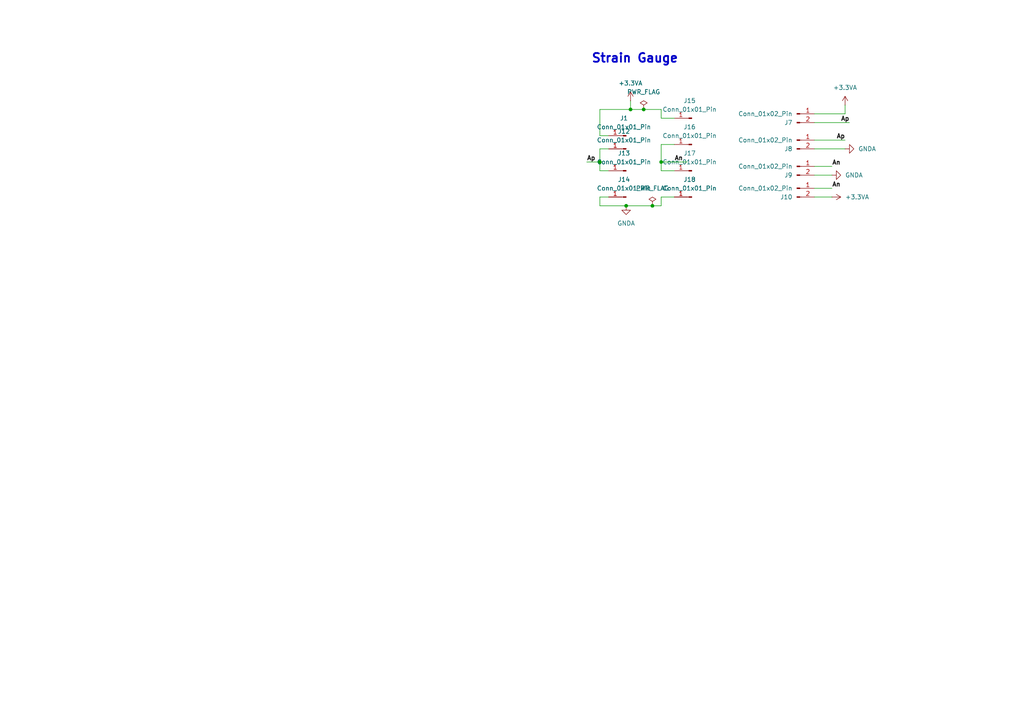
<source format=kicad_sch>
(kicad_sch (version 20231120) (generator "eeschema") (generator_version "8.0")
  (paper "A4")
  (title_block (rev "0.1"))
  (lib_symbols
    (symbol "Connector:Conn_01x01_Pin" (pin_names (offset 1.016) hide)
      (property "Reference" "J" (at 0 2.54 0))
      (property "Value" "Conn_01x01_Pin" (at 0 -2.54 0))
      (symbol "Conn_01x01_Pin_1_1"
        (polyline (pts (xy 1.27 0) (xy 0.8636 0)) (stroke (width 0.1524)))
        (rectangle (start 0.8636 0.127) (end 0 -0.127) (stroke (width 0.1524)) (fill (type outline)))
        (pin passive line (at 5.08 0 180) (length 3.81) (name "Pin_1") (number "1"))
      )
    )
    (symbol "Connector:Conn_01x02_Pin" (pin_names (offset 1.016) hide)
      (property "Reference" "J" (at 0 2.54 0))
      (property "Value" "Conn_01x02_Pin" (at 0 -5.08 0))
      (symbol "Conn_01x02_Pin_1_1"
        (polyline (pts (xy 1.27 -2.54) (xy 0.8636 -2.54)) (stroke (width 0.1524)))
        (polyline (pts (xy 1.27 0) (xy 0.8636 0)) (stroke (width 0.1524)))
        (rectangle (start 0.8636 -2.413) (end 0 -2.667) (stroke (width 0.1524)) (fill (type outline)))
        (rectangle (start 0.8636 0.127) (end 0 -0.127) (stroke (width 0.1524)) (fill (type outline)))
        (pin passive line (at 5.08 0 180) (length 3.81) (name "Pin_1") (number "1"))
        (pin passive line (at 5.08 -2.54 180) (length 3.81) (name "Pin_2") (number "2"))
      )
    )
    (symbol "power:+3.3VA" (power) (pin_numbers hide) (pin_names (offset 0) hide)
      (property "Value" "+3.3VA" (at 0 3.556 0))
      (symbol "+3.3VA_0_1"
        (polyline (pts (xy -0.762 1.27) (xy 0 2.54)))
        (polyline (pts (xy 0 0) (xy 0 2.54)))
        (polyline (pts (xy 0 2.54) (xy 0.762 1.27)))
      )
      (symbol "+3.3VA_1_1"
        (pin power_in line (at 0 0 90) (length 0) (name "~") (number "1"))
      )
    )
    (symbol "power:GNDA" (power) (pin_numbers hide) (pin_names (offset 0) hide)
      (property "Value" "GNDA" (at 0 -3.81 0))
      (symbol "GNDA_0_1"
        (polyline (pts (xy 0 0) (xy 0 -1.27) (xy 1.27 -1.27) (xy 0 -2.54) (xy -1.27 -1.27) (xy 0 -1.27)))
      )
      (symbol "GNDA_1_1"
        (pin power_in line (at 0 0 270) (length 0) (name "~") (number "1"))
      )
    )
    (symbol "power:PWR_FLAG" (power) (pin_numbers hide) (pin_names (offset 0) hide)
      (property "Value" "PWR_FLAG" (at 0 3.81 0))
      (symbol "PWR_FLAG_0_0"
        (pin power_out line (at 0 0 90) (length 0) (name "~") (number "1"))
      )
      (symbol "PWR_FLAG_0_1"
        (polyline (pts (xy 0 0) (xy 0 1.27) (xy -1.016 1.905) (xy 0 2.54) (xy 1.016 1.905) (xy 0 1.27)))
      )
    )
  )
  (junction (at 186.69 31.75))
  (junction (at 181.61 59.69))
  (junction (at 182.88 31.75))
  (junction (at 189.23 59.69))
  (junction (at 191.77 46.99))
  (junction (at 173.99 46.99))
  (wire (pts (xy 173.99 59.69) (xy 181.61 59.69)))
  (wire (pts (xy 170.18 46.99) (xy 173.99 46.99)))
  (wire (pts (xy 191.77 46.99) (xy 191.77 49.53)))
  (wire (pts (xy 182.88 31.75) (xy 186.69 31.75)))
  (wire (pts (xy 191.77 46.99) (xy 199.39 46.99)))
  (wire (pts (xy 236.22 33.02) (xy 245.11 33.02)))
  (wire (pts (xy 236.22 43.18) (xy 245.11 43.18)))
  (wire (pts (xy 181.61 59.69) (xy 189.23 59.69)))
  (wire (pts (xy 191.77 41.91) (xy 191.77 46.99)))
  (wire (pts (xy 176.53 39.37) (xy 173.99 39.37)))
  (wire (pts (xy 173.99 31.75) (xy 182.88 31.75)))
  (wire (pts (xy 186.69 31.75) (xy 191.77 31.75)))
  (wire (pts (xy 191.77 34.29) (xy 195.58 34.29)))
  (wire (pts (xy 236.22 35.56) (xy 246.38 35.56)))
  (wire (pts (xy 182.88 29.21) (xy 182.88 31.75)))
  (wire (pts (xy 236.22 40.64) (xy 245.11 40.64)))
  (wire (pts (xy 191.77 49.53) (xy 195.58 49.53)))
  (wire (pts (xy 173.99 43.18) (xy 176.53 43.18)))
  (wire (pts (xy 173.99 57.15) (xy 173.99 59.69)))
  (wire (pts (xy 173.99 49.53) (xy 176.53 49.53)))
  (wire (pts (xy 189.23 59.69) (xy 191.77 59.69)))
  (wire (pts (xy 173.99 31.75) (xy 173.99 39.37)))
  (wire (pts (xy 236.22 50.8) (xy 241.3 50.8)))
  (wire (pts (xy 191.77 57.15) (xy 191.77 59.69)))
  (wire (pts (xy 236.22 48.26) (xy 241.3 48.26)))
  (wire (pts (xy 191.77 57.15) (xy 195.58 57.15)))
  (wire (pts (xy 173.99 46.99) (xy 173.99 49.53)))
  (wire (pts (xy 236.22 57.15) (xy 241.3 57.15)))
  (wire (pts (xy 191.77 41.91) (xy 195.58 41.91)))
  (wire (pts (xy 191.77 31.75) (xy 191.77 34.29)))
  (wire (pts (xy 173.99 43.18) (xy 173.99 46.99)))
  (wire (pts (xy 173.99 57.15) (xy 176.53 57.15)))
  (wire (pts (xy 236.22 54.61) (xy 241.3 54.61)))
  (wire (pts (xy 245.11 30.48) (xy 245.11 33.02)))
  (text "Strain Gauge" (at 184.15 17.018 0) (effects (font (size 2.54 2.54) (thickness 0.508) (bold yes))))
  (label "Ap" (at 170.18 46.99 0) (effects (font (bold yes))))
  (label "Ap" (at 242.57 40.64 0) (effects (font (bold yes))))
  (label "An" (at 241.3 48.26 0) (effects (font (bold yes))))
  (label "Ap" (at 243.84 35.56 0) (effects (font (bold yes))))
  (label "An" (at 195.58 46.99 0) (effects (font (bold yes))))
  (label "An" (at 241.3 54.61 0) (effects (font (bold yes))))
  (symbol (lib_id "Connector:Conn_01x01_Pin") (at 200.66 34.29 180) (unit 1)
    (property "Reference" "J15" (at 200.025 29.21 0))
    (property "Value" "Conn_01x01_Pin" (at 200.025 31.75 0))
    (property "Footprint" "Connector_PinHeader_1.00mm:PinHeader_1x01_P1.00mm_Vertical" (effects (hide yes)))
    (property "Description" "Generic connector, single row, 01x01, script generated" (effects (hide yes)))
  )
  (symbol (lib_id "Connector:Conn_01x01_Pin") (at 200.66 49.53 180) (unit 1)
    (property "Reference" "J17" (at 200.025 44.45 0))
    (property "Value" "Conn_01x01_Pin" (at 200.025 46.99 0))
    (property "Footprint" "Connector_PinHeader_1.00mm:PinHeader_1x01_P1.00mm_Vertical" (effects (hide yes)))
    (property "Description" "Generic connector, single row, 01x01, script generated" (effects (hide yes)))
  )
  (symbol (lib_id "Connector:Conn_01x02_Pin") (at 231.14 48.26 0) (unit 1)
    (property "Reference" "J9" (at 229.87 50.8001 0) (effects (justify right)))
    (property "Value" "Conn_01x02_Pin" (at 229.87 48.2601 0) (effects (justify right)))
    (property "Footprint" "Connector_PinHeader_1.00mm:PinHeader_1x02_P1.00mm_Vertical" (effects (hide yes)))
    (property "Description" "Generic connector, single row, 01x02, script generated" (effects (hide yes)))
  )
  (symbol (lib_id "power:PWR_FLAG") (at 189.23 59.69 0) (unit 1)
    (property "Reference" "#FLG04" (effects (hide yes)))
    (property "Value" "PWR_FLAG" (at 189.23 54.61 0))
    (property "Description" "Special symbol for telling ERC where power comes from" (effects (hide yes)))
  )
  (symbol (lib_id "Connector:Conn_01x02_Pin") (at 231.14 54.61 0) (unit 1)
    (property "Reference" "J10" (at 229.87 57.1501 0) (effects (justify right)))
    (property "Value" "Conn_01x02_Pin" (at 229.87 54.6101 0) (effects (justify right)))
    (property "Footprint" "Connector_PinHeader_1.00mm:PinHeader_1x02_P1.00mm_Vertical" (effects (hide yes)))
    (property "Description" "Generic connector, single row, 01x02, script generated" (effects (hide yes)))
  )
  (symbol (lib_id "power:GNDA") (at 241.3 50.8 90) (unit 1)
    (property "Reference" "#PWR016" (effects (hide yes)))
    (property "Value" "GNDA" (at 245.11 50.7999 90) (effects (justify right)))
    (property "Description" "Power symbol creates a global label with name \"GNDA\" , analog ground" (effects (hide yes)))
  )
  (symbol (lib_id "Connector:Conn_01x01_Pin") (at 181.61 43.18 180) (unit 1)
    (property "Reference" "J12" (at 180.975 38.1 0))
    (property "Value" "Conn_01x01_Pin" (at 180.975 40.64 0))
    (property "Footprint" "Connector_PinHeader_1.00mm:PinHeader_1x01_P1.00mm_Vertical" (effects (hide yes)))
    (property "Description" "Generic connector, single row, 01x01, script generated" (effects (hide yes)))
  )
  (symbol (lib_id "Connector:Conn_01x02_Pin") (at 231.14 33.02 0) (unit 1)
    (property "Reference" "J7" (at 229.87 35.5601 0) (effects (justify right)))
    (property "Value" "Conn_01x02_Pin" (at 229.87 33.0201 0) (effects (justify right)))
    (property "Footprint" "Connector_PinHeader_1.00mm:PinHeader_1x02_P1.00mm_Vertical" (effects (hide yes)))
    (property "Description" "Generic connector, single row, 01x02, script generated" (effects (hide yes)))
  )
  (symbol (lib_id "power:GNDA") (at 181.61 59.69 0) (unit 1)
    (property "Reference" "#PWR08" (effects (hide yes)))
    (property "Value" "GNDA" (at 181.61 64.77 0))
    (property "Description" "Power symbol creates a global label with name \"GNDA\" , analog ground" (effects (hide yes)))
  )
  (symbol (lib_id "power:GNDA") (at 245.11 43.18 90) (unit 1)
    (property "Reference" "#PWR012" (effects (hide yes)))
    (property "Value" "GNDA" (at 248.92 43.1799 90) (effects (justify right)))
    (property "Description" "Power symbol creates a global label with name \"GNDA\" , analog ground" (effects (hide yes)))
  )
  (symbol (lib_id "Connector:Conn_01x01_Pin") (at 181.61 57.15 180) (unit 1)
    (property "Reference" "J14" (at 180.975 52.07 0))
    (property "Value" "Conn_01x01_Pin" (at 180.975 54.61 0))
    (property "Footprint" "Connector_PinHeader_1.00mm:PinHeader_1x01_P1.00mm_Vertical" (effects (hide yes)))
    (property "Description" "Generic connector, single row, 01x01, script generated" (effects (hide yes)))
  )
  (symbol (lib_id "Connector:Conn_01x01_Pin") (at 200.66 57.15 180) (unit 1)
    (property "Reference" "J18" (at 200.025 52.07 0))
    (property "Value" "Conn_01x01_Pin" (at 200.025 54.61 0))
    (property "Footprint" "Connector_PinHeader_1.00mm:PinHeader_1x01_P1.00mm_Vertical" (effects (hide yes)))
    (property "Description" "Generic connector, single row, 01x01, script generated" (effects (hide yes)))
  )
  (symbol (lib_id "power:+3.3VA") (at 245.11 30.48 0) (unit 1)
    (property "Reference" "#PWR09" (effects (hide yes)))
    (property "Value" "+3.3VA" (at 245.11 25.4 0))
    (property "Description" "Power symbol creates a global label with name \"+3.3VA\"" (effects (hide yes)))
  )
  (symbol (lib_id "power:+3.3VA") (at 182.88 29.21 0) (unit 1)
    (property "Reference" "#PWR028" (effects (hide yes)))
    (property "Value" "+3.3VA" (at 182.88 24.13 0))
    (property "Description" "Power symbol creates a global label with name \"+3.3VA\"" (effects (hide yes)))
  )
  (symbol (lib_id "power:PWR_FLAG") (at 186.69 31.75 0) (unit 1)
    (property "Reference" "#FLG03" (effects (hide yes)))
    (property "Value" "PWR_FLAG" (at 186.69 26.67 0))
    (property "Description" "Special symbol for telling ERC where power comes from" (effects (hide yes)))
  )
  (symbol (lib_id "power:+3.3VA") (at 241.3 57.15 270) (unit 1)
    (property "Reference" "#PWR017" (effects (hide yes)))
    (property "Value" "+3.3VA" (at 245.11 57.1499 90) (effects (justify left)))
    (property "Description" "Power symbol creates a global label with name \"+3.3VA\"" (effects (hide yes)))
  )
  (symbol (lib_id "Connector:Conn_01x01_Pin") (at 200.66 41.91 180) (unit 1)
    (property "Reference" "J16" (at 200.025 36.83 0))
    (property "Value" "Conn_01x01_Pin" (at 200.025 39.37 0))
    (property "Footprint" "Connector_PinHeader_1.00mm:PinHeader_1x01_P1.00mm_Vertical" (effects (hide yes)))
    (property "Description" "Generic connector, single row, 01x01, script generated" (effects (hide yes)))
  )
  (symbol (lib_id "Connector:Conn_01x01_Pin") (at 181.61 39.37 180) (unit 1)
    (property "Reference" "J1" (at 180.975 34.29 0))
    (property "Value" "Conn_01x01_Pin" (at 180.975 36.83 0))
    (property "Footprint" "Connector_PinHeader_1.00mm:PinHeader_1x01_P1.00mm_Vertical" (effects (hide yes)))
    (property "Description" "Generic connector, single row, 01x01, script generated" (effects (hide yes)))
  )
  (symbol (lib_id "Connector:Conn_01x02_Pin") (at 231.14 40.64 0) (unit 1)
    (property "Reference" "J8" (at 229.87 43.1801 0) (effects (justify right)))
    (property "Value" "Conn_01x02_Pin" (at 229.87 40.6401 0) (effects (justify right)))
    (property "Footprint" "Connector_PinHeader_1.00mm:PinHeader_1x02_P1.00mm_Vertical" (effects (hide yes)))
    (property "Description" "Generic connector, single row, 01x02, script generated" (effects (hide yes)))
  )
  (symbol (lib_id "Connector:Conn_01x01_Pin") (at 181.61 49.53 180) (unit 1)
    (property "Reference" "J13" (at 180.975 44.45 0))
    (property "Value" "Conn_01x01_Pin" (at 180.975 46.99 0))
    (property "Footprint" "Connector_PinHeader_1.00mm:PinHeader_1x01_P1.00mm_Vertical" (effects (hide yes)))
    (property "Description" "Generic connector, single row, 01x01, script generated" (effects (hide yes)))
  )
)
</source>
